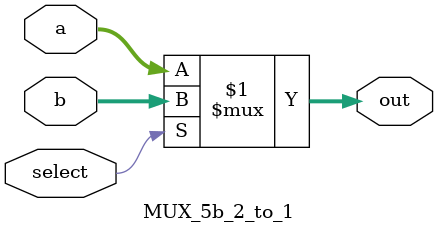
<source format=v>
`timescale 1ns / 1ps
module MUX_5b_2_to_1(input [4:0] a,
    input [4:0] b, 
    input select, 
    output [4:0] out
    );
	 
	 assign out = select ? b: a;

endmodule

</source>
